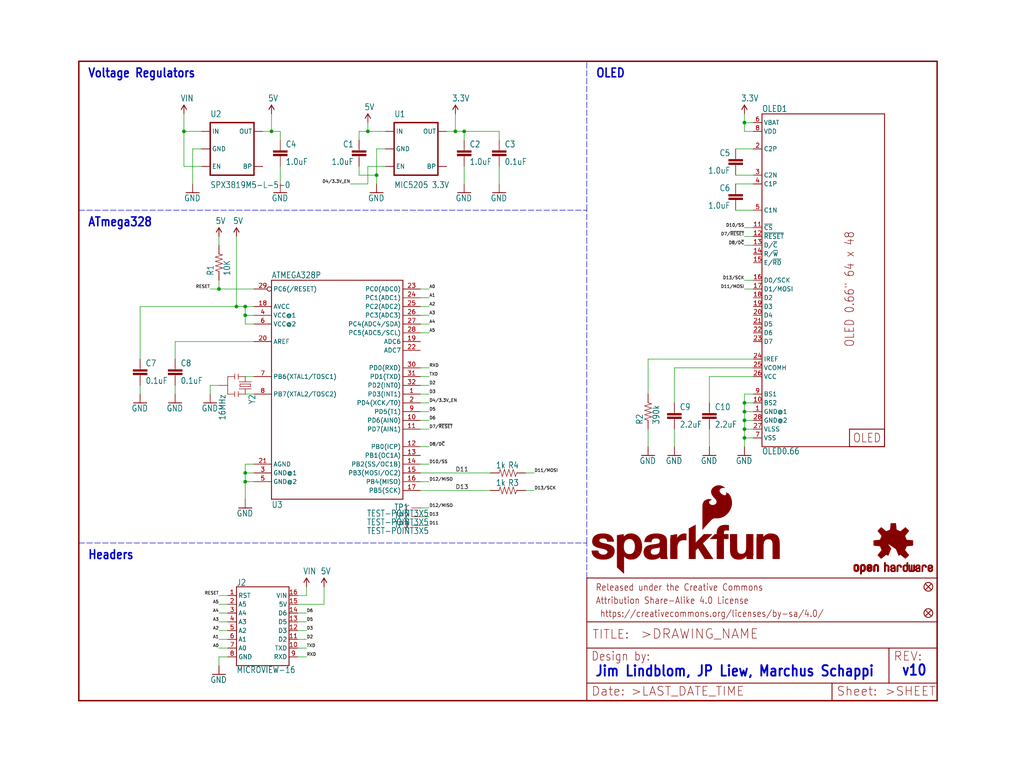
<source format=kicad_sch>
(kicad_sch (version 20211123) (generator eeschema)
  (paper "User" 297.002 223.926)
  (lib_symbols
    (symbol "eagleSchem-eagle-import:0.1UF-25V(+80{slash}-20%)(0603)"
      (property "Reference" "C" (at 1.524 2.921 0))
      (property "Value" "0.1UF-25V(+80{slash}-20%)(0603)" (at 1.524 -2.159 0))
      (symbol "0.1UF-25V(+80{slash}-20%)(0603)_1_0"
        (pin passive line (at 0 5.08 270) (length 2.54) (name "1") (number "1"))
        (pin passive line (at 0 -2.54 90) (length 2.54) (name "2") (number "2"))
      )
    )
    (symbol "eagleSchem-eagle-import:1.0UF-16V-10%(0603)"
      (property "Reference" "C" (at 1.524 2.921 0))
      (property "Value" "1.0UF-16V-10%(0603)" (at 1.524 -2.159 0))
      (symbol "1.0UF-16V-10%(0603)_1_0"
        (pin passive line (at 0 5.08 270) (length 2.54) (name "1") (number "1"))
        (pin passive line (at 0 -2.54 90) (length 2.54) (name "2") (number "2"))
      )
    )
    (symbol "eagleSchem-eagle-import:10KOHM1{slash}10W1%(0603)0603"
      (property "Reference" "R" (at -3.81 1.4986 0))
      (property "Value" "10KOHM1{slash}10W1%(0603)0603" (at -3.81 -3.302 0))
      (symbol "10KOHM1{slash}10W1%(0603)0603_1_0"
        (pin passive line (at -5.08 0 0) (length 2.54) (name "1") (number "1"))
        (pin passive line (at 5.08 0 180) (length 2.54) (name "2") (number "2"))
      )
    )
    (symbol "eagleSchem-eagle-import:2.2UF-10V-20%(0603)"
      (property "Reference" "C" (at 1.524 2.921 0))
      (property "Value" "2.2UF-10V-20%(0603)" (at 1.524 -2.159 0))
      (symbol "2.2UF-10V-20%(0603)_1_0"
        (pin passive line (at 0 5.08 270) (length 2.54) (name "1") (number "1"))
        (pin passive line (at 0 -2.54 90) (length 2.54) (name "2") (number "2"))
      )
    )
    (symbol "eagleSchem-eagle-import:3.3V" (power)
      (property "Value" "3.3V" (at -1.016 3.556 0))
      (symbol "3.3V_1_0"
        (pin power_in line (at 0 0 90) (length 2.54) (name "3.3V") (number "1"))
      )
    )
    (symbol "eagleSchem-eagle-import:5V" (power)
      (property "Value" "5V" (at -1.016 3.556 0))
      (symbol "5V_1_0"
        (pin power_in line (at 0 0 90) (length 2.54) (name "5V") (number "1"))
      )
    )
    (symbol "eagleSchem-eagle-import:ATMEGA328_SMT"
      (property "Reference" "U" (at -17.78 -38.1 0))
      (property "Value" "ATMEGA328_SMT" (at -17.78 28.448 0))
      (symbol "ATMEGA328_SMT_1_0"
        (pin bidirectional line (at 25.4 -5.08 180) (length 5.08) (name "PD3(INT1)") (number "1"))
        (pin bidirectional line (at 25.4 -12.7 180) (length 5.08) (name "PD6(AIN0)") (number "10"))
        (pin bidirectional line (at 25.4 -15.24 180) (length 5.08) (name "PD7(AIN1)") (number "11"))
        (pin bidirectional line (at 25.4 -20.32 180) (length 5.08) (name "PB0(ICP)") (number "12"))
        (pin bidirectional line (at 25.4 -22.86 180) (length 5.08) (name "PB1(OC1A)") (number "13"))
        (pin bidirectional line (at 25.4 -25.4 180) (length 5.08) (name "PB2(SS/OC1B)") (number "14"))
        (pin bidirectional line (at 25.4 -27.94 180) (length 5.08) (name "PB3(MOSI/OC2)") (number "15"))
        (pin bidirectional line (at 25.4 -30.48 180) (length 5.08) (name "PB4(MISO)") (number "16"))
        (pin bidirectional line (at 25.4 -33.02 180) (length 5.08) (name "PB5(SCK)") (number "17"))
        (pin bidirectional line (at -22.86 20.32 0) (length 5.08) (name "AVCC") (number "18"))
        (pin bidirectional line (at 25.4 10.16 180) (length 5.08) (name "ADC6") (number "19"))
        (pin bidirectional line (at 25.4 -7.62 180) (length 5.08) (name "PD4(XCK/T0)") (number "2"))
        (pin bidirectional line (at -22.86 10.16 0) (length 5.08) (name "AREF") (number "20"))
        (pin bidirectional line (at -22.86 -25.4 0) (length 5.08) (name "AGND") (number "21"))
        (pin bidirectional line (at 25.4 7.62 180) (length 5.08) (name "ADC7") (number "22"))
        (pin bidirectional line (at 25.4 25.4 180) (length 5.08) (name "PC0(ADC0)") (number "23"))
        (pin bidirectional line (at 25.4 22.86 180) (length 5.08) (name "PC1(ADC1)") (number "24"))
        (pin bidirectional line (at 25.4 20.32 180) (length 5.08) (name "PC2(ADC2)") (number "25"))
        (pin bidirectional line (at 25.4 17.78 180) (length 5.08) (name "PC3(ADC3)") (number "26"))
        (pin bidirectional line (at 25.4 15.24 180) (length 5.08) (name "PC4(ADC4/SDA)") (number "27"))
        (pin bidirectional line (at 25.4 12.7 180) (length 5.08) (name "PC5(ADC5/SCL)") (number "28"))
        (pin bidirectional inverted (at -22.86 25.4 0) (length 5.08) (name "PC6(/RESET)") (number "29"))
        (pin bidirectional line (at -22.86 -27.94 0) (length 5.08) (name "GND@1") (number "3"))
        (pin bidirectional line (at 25.4 2.54 180) (length 5.08) (name "PD0(RXD)") (number "30"))
        (pin bidirectional line (at 25.4 0 180) (length 5.08) (name "PD1(TXD)") (number "31"))
        (pin bidirectional line (at 25.4 -2.54 180) (length 5.08) (name "PD2(INT0)") (number "32"))
        (pin bidirectional line (at -22.86 17.78 0) (length 5.08) (name "VCC@1") (number "4"))
        (pin bidirectional line (at -22.86 -30.48 0) (length 5.08) (name "GND@2") (number "5"))
        (pin bidirectional line (at -22.86 15.24 0) (length 5.08) (name "VCC@2") (number "6"))
        (pin bidirectional line (at -22.86 0 0) (length 5.08) (name "PB6(XTAL1/TOSC1)") (number "7"))
        (pin bidirectional line (at -22.86 -5.08 0) (length 5.08) (name "PB7(XTAL2/TOSC2)") (number "8"))
        (pin bidirectional line (at 25.4 -10.16 180) (length 5.08) (name "PD5(T1)") (number "9"))
      )
    )
    (symbol "eagleSchem-eagle-import:FIDUCIALUFIDUCIAL")
    (symbol "eagleSchem-eagle-import:FRAME-LETTER"
      (symbol "FRAME-LETTER_2_0"
        (text " https://creativecommons.org/licenses/by-sa/4.0/" (at 2.54 24.13 0) (effects (font (size 1.9304 1.6408)) (justify left bottom)))
        (text ">DRAWING_NAME" (at 15.494 17.78 0) (effects (font (size 2.7432 2.7432)) (justify left bottom)))
        (text ">LAST_DATE_TIME" (at 12.7 1.27 0) (effects (font (size 2.54 2.54)) (justify left bottom)))
        (text ">SHEET" (at 86.36 1.27 0) (effects (font (size 2.54 2.54)) (justify left bottom)))
        (text "Attribution Share-Alike 4.0 License" (at 2.54 27.94 0) (effects (font (size 1.9304 1.6408)) (justify left bottom)))
        (text "Date:" (at 1.27 1.27 0) (effects (font (size 2.54 2.54)) (justify left bottom)))
        (text "Design by:" (at 1.27 11.43 0) (effects (font (size 2.54 2.159)) (justify left bottom)))
        (text "Released under the Creative Commons" (at 2.54 31.75 0) (effects (font (size 1.9304 1.6408)) (justify left bottom)))
        (text "REV:" (at 88.9 11.43 0) (effects (font (size 2.54 2.54)) (justify left bottom)))
        (text "Sheet:" (at 72.39 1.27 0) (effects (font (size 2.54 2.54)) (justify left bottom)))
        (text "TITLE:" (at 1.524 17.78 0) (effects (font (size 2.54 2.54)) (justify left bottom)))
      )
    )
    (symbol "eagleSchem-eagle-import:GND" (power)
      (property "Value" "GND" (at -2.54 -2.54 0))
      (symbol "GND_1_0"
        (pin power_in line (at 0 2.54 270) (length 2.54) (name "GND") (number "1"))
      )
    )
    (symbol "eagleSchem-eagle-import:MICROVIEW-16"
      (property "Reference" "J" (at -7.62 12.954 0))
      (property "Value" "MICROVIEW-16" (at -7.62 -10.414 0))
      (symbol "MICROVIEW-16_1_0"
        (pin output line (at -10.16 10.16 0) (length 2.54) (name "RST") (number "1"))
        (pin output line (at 10.16 -5.08 180) (length 2.54) (name "TXD") (number "10"))
        (pin output line (at 10.16 -2.54 180) (length 2.54) (name "D2") (number "11"))
        (pin output line (at 10.16 0 180) (length 2.54) (name "D3") (number "12"))
        (pin output line (at 10.16 2.54 180) (length 2.54) (name "D5") (number "13"))
        (pin output line (at 10.16 5.08 180) (length 2.54) (name "D6") (number "14"))
        (pin output line (at 10.16 7.62 180) (length 2.54) (name "5V") (number "15"))
        (pin output line (at 10.16 10.16 180) (length 2.54) (name "VIN") (number "16"))
        (pin output line (at -10.16 7.62 0) (length 2.54) (name "A5") (number "2"))
        (pin output line (at -10.16 5.08 0) (length 2.54) (name "A4") (number "3"))
        (pin output line (at -10.16 2.54 0) (length 2.54) (name "A3") (number "4"))
        (pin output line (at -10.16 0 0) (length 2.54) (name "A2") (number "5"))
        (pin output line (at -10.16 -2.54 0) (length 2.54) (name "A1") (number "6"))
        (pin output line (at -10.16 -5.08 0) (length 2.54) (name "A0") (number "7"))
        (pin output line (at -10.16 -7.62 0) (length 2.54) (name "GND") (number "8"))
        (pin output line (at 10.16 -7.62 180) (length 2.54) (name "RXD") (number "9"))
      )
    )
    (symbol "eagleSchem-eagle-import:OLED0.66"
      (property "Reference" "OLED" (at -25.4 48.768 0))
      (property "Value" "OLED0.66" (at -25.4 -50.546 0))
      (symbol "OLED0.66_1_0"
        (text "OLED 0.66\" 64 x 48" (at 0 -2.54 900) (effects (font (size 2.54 2.159))))
        (pin bidirectional line (at -27.94 -38.1 0) (length 2.54) (name "GND@1") (number "1"))
        (pin bidirectional line (at -27.94 -35.56 0) (length 2.54) (name "BS2") (number "10"))
        (pin bidirectional line (at -27.94 15.24 0) (length 2.54) (name "~{CS}") (number "11"))
        (pin bidirectional line (at -27.94 12.7 0) (length 2.54) (name "~{RESET}") (number "12"))
        (pin bidirectional line (at -27.94 10.16 0) (length 2.54) (name "D/~{C}") (number "13"))
        (pin bidirectional line (at -27.94 7.62 0) (length 2.54) (name "R/~{W}") (number "14"))
        (pin bidirectional line (at -27.94 5.08 0) (length 2.54) (name "E/~{RD}") (number "15"))
        (pin bidirectional line (at -27.94 0 0) (length 2.54) (name "D0/SCK") (number "16"))
        (pin bidirectional line (at -27.94 -2.54 0) (length 2.54) (name "D1/MOSI") (number "17"))
        (pin bidirectional line (at -27.94 -5.08 0) (length 2.54) (name "D2") (number "18"))
        (pin bidirectional line (at -27.94 -7.62 0) (length 2.54) (name "D3") (number "19"))
        (pin bidirectional line (at -27.94 38.1 0) (length 2.54) (name "C2P") (number "2"))
        (pin bidirectional line (at -27.94 -10.16 0) (length 2.54) (name "D4") (number "20"))
        (pin bidirectional line (at -27.94 -12.7 0) (length 2.54) (name "D5") (number "21"))
        (pin bidirectional line (at -27.94 -15.24 0) (length 2.54) (name "D6") (number "22"))
        (pin bidirectional line (at -27.94 -17.78 0) (length 2.54) (name "D7") (number "23"))
        (pin bidirectional line (at -27.94 -22.86 0) (length 2.54) (name "IREF") (number "24"))
        (pin bidirectional line (at -27.94 -25.4 0) (length 2.54) (name "VCOMH") (number "25"))
        (pin bidirectional line (at -27.94 -27.94 0) (length 2.54) (name "VCC") (number "26"))
        (pin bidirectional line (at -27.94 -43.18 0) (length 2.54) (name "VLSS") (number "27"))
        (pin bidirectional line (at -27.94 -40.64 0) (length 2.54) (name "GND@2") (number "28"))
        (pin bidirectional line (at -27.94 30.48 0) (length 2.54) (name "C2N") (number "3"))
        (pin bidirectional line (at -27.94 27.94 0) (length 2.54) (name "C1P") (number "4"))
        (pin bidirectional line (at -27.94 20.32 0) (length 2.54) (name "C1N") (number "5"))
        (pin bidirectional line (at -27.94 45.72 0) (length 2.54) (name "VBAT") (number "6"))
        (pin bidirectional line (at -27.94 -45.72 0) (length 2.54) (name "VSS") (number "7"))
        (pin bidirectional line (at -27.94 43.18 0) (length 2.54) (name "VDD") (number "8"))
        (pin bidirectional line (at -27.94 -33.02 0) (length 2.54) (name "BS1") (number "9"))
      )
    )
    (symbol "eagleSchem-eagle-import:OLED_SCREEN"
      (symbol "OLED_SCREEN_1_0"
        (text "OLED" (at 5.08 2.54 0) (effects (font (size 2.54 2.159))))
      )
    )
    (symbol "eagleSchem-eagle-import:OSHW-LOGOS")
    (symbol "eagleSchem-eagle-import:RESISTOR0603"
      (property "Reference" "R" (at -3.81 1.4986 0))
      (property "Value" "RESISTOR0603" (at -3.81 -3.302 0))
      (symbol "RESISTOR0603_1_0"
        (pin passive line (at -5.08 0 0) (length 2.54) (name "1") (number "1"))
        (pin passive line (at 5.08 0 180) (length 2.54) (name "2") (number "2"))
      )
    )
    (symbol "eagleSchem-eagle-import:RESONATORSMD"
      (property "Reference" "Y" (at 2.54 1.016 0))
      (property "Value" "RESONATORSMD" (at 2.54 -7.62 0))
      (symbol "RESONATORSMD_1_0"
        (pin passive line (at -2.54 0 0) (length 0) (name "1") (number "1"))
        (pin passive line (at 0 -7.62 90) (length 0) (name "2") (number "2"))
        (pin passive line (at 2.54 0 180) (length 0) (name "3") (number "3"))
      )
    )
    (symbol "eagleSchem-eagle-import:SFE_LOGO_NAME_FLAME.1_INCH")
    (symbol "eagleSchem-eagle-import:TEST-POINT3X5"
      (property "Reference" "TP" (at -2.54 2.54 0))
      (property "Value" "TEST-POINT3X5" (at -2.54 -2.54 0))
      (symbol "TEST-POINT3X5_1_0"
        (pin bidirectional line (at 0 0 180) (length 0) (name "1") (number "P$1"))
      )
    )
    (symbol "eagleSchem-eagle-import:VIN" (power)
      (property "Value" "VIN" (at -1.016 3.556 0))
      (symbol "VIN_1_0"
        (pin power_in line (at 0 0 90) (length 2.54) (name "VIN") (number "1"))
      )
    )
    (symbol "eagleSchem-eagle-import:V_REG_MIC52053.3V"
      (property "Value" "V_REG_MIC52053.3V" (at -7.62 -11.43 0))
      (symbol "V_REG_MIC52053.3V_1_0"
        (pin input line (at -10.16 5.08 0) (length 2.54) (name "IN") (number "1"))
        (pin input line (at -10.16 0 0) (length 2.54) (name "GND") (number "2"))
        (pin input line (at -10.16 -5.08 0) (length 2.54) (name "EN") (number "3"))
        (pin input line (at 7.62 -5.08 180) (length 2.54) (name "BP") (number "4"))
        (pin passive line (at 7.62 5.08 180) (length 2.54) (name "OUT") (number "5"))
      )
    )
    (symbol "eagleSchem-eagle-import:V_REG_MIC52195V"
      (property "Reference" "U" (at -7.62 9.144 0))
      (property "Value" "V_REG_MIC52195V" (at -7.62 -11.43 0))
      (symbol "V_REG_MIC52195V_1_0"
        (pin input line (at -10.16 5.08 0) (length 2.54) (name "IN") (number "1"))
        (pin input line (at -10.16 0 0) (length 2.54) (name "GND") (number "2"))
        (pin input line (at -10.16 -5.08 0) (length 2.54) (name "EN") (number "3"))
        (pin input line (at 7.62 -5.08 180) (length 2.54) (name "BP") (number "4"))
        (pin passive line (at 7.62 5.08 180) (length 2.54) (name "OUT") (number "5"))
      )
    )
  )
  (junction (at 71.12 88.9))
  (junction (at 68.58 88.9))
  (junction (at 215.9 121.92))
  (junction (at 78.74 38.1))
  (junction (at 71.12 137.16))
  (junction (at 63.5 83.82))
  (junction (at 215.9 124.46))
  (junction (at 71.12 139.7))
  (junction (at 132.08 38.1))
  (junction (at 215.9 116.84))
  (junction (at 215.9 119.38))
  (junction (at 106.68 38.1))
  (junction (at 134.62 38.1))
  (junction (at 215.9 35.56))
  (junction (at 71.12 91.44))
  (junction (at 215.9 127))
  (junction (at 53.34 38.1))
  (junction (at 109.22 50.8))
  (wire (pts (xy 71.12 134.62) (xy 71.12 137.16)))
  (wire (pts (xy 215.9 114.3) (xy 215.9 116.84)))
  (wire (pts (xy 88.9 172.72) (xy 88.9 170.18)))
  (wire (pts (xy 218.44 124.46) (xy 215.9 124.46)))
  (wire (pts (xy 73.66 83.82) (xy 63.5 83.82)))
  (wire (pts (xy 73.66 93.98) (xy 71.12 93.98)))
  (wire (pts (xy 63.5 81.28) (xy 63.5 83.82)))
  (wire (pts (xy 218.44 35.56) (xy 215.9 35.56)))
  (wire (pts (xy 121.92 121.92) (xy 124.46 121.92)))
  (wire (pts (xy 104.14 40.64) (xy 104.14 38.1)))
  (wire (pts (xy 63.5 68.58) (xy 63.5 71.12)))
  (wire (pts (xy 134.62 53.34) (xy 134.62 48.26)))
  (wire (pts (xy 121.92 91.44) (xy 124.46 91.44)))
  (wire (pts (xy 215.9 124.46) (xy 215.9 127)))
  (wire (pts (xy 58.42 43.18) (xy 55.88 43.18)))
  (wire (pts (xy 86.36 187.96) (xy 88.9 187.96)))
  (wire (pts (xy 53.34 38.1) (xy 53.34 33.02)))
  (wire (pts (xy 109.22 50.8) (xy 109.22 53.34)))
  (wire (pts (xy 218.44 83.82) (xy 215.9 83.82)))
  (wire (pts (xy 205.74 129.54) (xy 205.74 124.46)))
  (wire (pts (xy 121.92 119.38) (xy 124.46 119.38)))
  (wire (pts (xy 71.12 93.98) (xy 71.12 91.44)))
  (wire (pts (xy 73.66 139.7) (xy 71.12 139.7)))
  (wire (pts (xy 195.58 106.68) (xy 195.58 116.84)))
  (wire (pts (xy 104.14 50.8) (xy 109.22 50.8)))
  (wire (pts (xy 81.28 53.34) (xy 81.28 48.26)))
  (wire (pts (xy 86.36 190.5) (xy 88.9 190.5)))
  (wire (pts (xy 78.74 38.1) (xy 81.28 38.1)))
  (wire (pts (xy 218.44 81.28) (xy 215.9 81.28)))
  (wire (pts (xy 63.5 111.76) (xy 60.96 111.76)))
  (wire (pts (xy 121.92 109.22) (xy 124.46 109.22)))
  (wire (pts (xy 142.24 142.24) (xy 121.92 142.24)))
  (wire (pts (xy 215.9 127) (xy 215.9 129.54)))
  (wire (pts (xy 218.44 71.12) (xy 215.9 71.12)))
  (wire (pts (xy 121.92 88.9) (xy 124.46 88.9)))
  (wire (pts (xy 86.36 172.72) (xy 88.9 172.72)))
  (wire (pts (xy 58.42 48.26) (xy 53.34 48.26)))
  (wire (pts (xy 215.9 38.1) (xy 215.9 35.56)))
  (wire (pts (xy 93.98 175.26) (xy 93.98 170.18)))
  (wire (pts (xy 121.92 114.3) (xy 124.46 114.3)))
  (wire (pts (xy 218.44 50.8) (xy 213.36 50.8)))
  (wire (pts (xy 86.36 185.42) (xy 88.9 185.42)))
  (wire (pts (xy 50.8 99.06) (xy 50.8 104.14)))
  (wire (pts (xy 73.66 91.44) (xy 71.12 91.44)))
  (wire (pts (xy 121.92 96.52) (xy 124.46 96.52)))
  (wire (pts (xy 187.96 104.14) (xy 187.96 114.3)))
  (wire (pts (xy 40.64 88.9) (xy 40.64 104.14)))
  (wire (pts (xy 129.54 38.1) (xy 132.08 38.1)))
  (wire (pts (xy 66.04 172.72) (xy 63.5 172.72)))
  (wire (pts (xy 66.04 185.42) (xy 63.5 185.42)))
  (wire (pts (xy 111.76 38.1) (xy 106.68 38.1)))
  (wire (pts (xy 106.68 48.26) (xy 106.68 53.34)))
  (wire (pts (xy 68.58 88.9) (xy 68.58 68.58)))
  (wire (pts (xy 106.68 53.34) (xy 101.6 53.34)))
  (wire (pts (xy 215.9 121.92) (xy 215.9 124.46)))
  (wire (pts (xy 218.44 116.84) (xy 215.9 116.84)))
  (wire (pts (xy 144.78 38.1) (xy 144.78 40.64)))
  (wire (pts (xy 205.74 109.22) (xy 205.74 116.84)))
  (wire (pts (xy 109.22 43.18) (xy 109.22 50.8)))
  (wire (pts (xy 111.76 43.18) (xy 109.22 43.18)))
  (wire (pts (xy 66.04 182.88) (xy 63.5 182.88)))
  (wire (pts (xy 121.92 116.84) (xy 124.46 116.84)))
  (wire (pts (xy 195.58 129.54) (xy 195.58 124.46)))
  (wire (pts (xy 218.44 66.04) (xy 215.9 66.04)))
  (wire (pts (xy 86.36 182.88) (xy 88.9 182.88)))
  (wire (pts (xy 121.92 93.98) (xy 124.46 93.98)))
  (polyline (pts (xy 170.18 60.96) (xy 170.18 17.78)))
  (wire (pts (xy 187.96 129.54) (xy 187.96 124.46)))
  (wire (pts (xy 215.9 119.38) (xy 215.9 121.92)))
  (wire (pts (xy 218.44 127) (xy 215.9 127)))
  (wire (pts (xy 73.66 109.22) (xy 71.12 109.22)))
  (wire (pts (xy 218.44 106.68) (xy 195.58 106.68)))
  (wire (pts (xy 71.12 91.44) (xy 71.12 88.9)))
  (wire (pts (xy 53.34 48.26) (xy 53.34 38.1)))
  (wire (pts (xy 121.92 111.76) (xy 124.46 111.76)))
  (wire (pts (xy 218.44 68.58) (xy 215.9 68.58)))
  (wire (pts (xy 142.24 137.16) (xy 121.92 137.16)))
  (wire (pts (xy 104.14 38.1) (xy 106.68 38.1)))
  (wire (pts (xy 71.12 139.7) (xy 71.12 144.78)))
  (polyline (pts (xy 170.18 157.48) (xy 170.18 60.96)))
  (wire (pts (xy 58.42 38.1) (xy 53.34 38.1)))
  (wire (pts (xy 152.4 137.16) (xy 154.94 137.16)))
  (wire (pts (xy 66.04 180.34) (xy 63.5 180.34)))
  (wire (pts (xy 78.74 38.1) (xy 78.74 33.02)))
  (wire (pts (xy 218.44 38.1) (xy 215.9 38.1)))
  (wire (pts (xy 121.92 129.54) (xy 124.46 129.54)))
  (polyline (pts (xy 170.18 167.64) (xy 170.18 157.48)))
  (wire (pts (xy 132.08 38.1) (xy 134.62 38.1)))
  (wire (pts (xy 134.62 38.1) (xy 144.78 38.1)))
  (wire (pts (xy 121.92 83.82) (xy 124.46 83.82)))
  (wire (pts (xy 218.44 104.14) (xy 187.96 104.14)))
  (wire (pts (xy 121.92 147.32) (xy 124.46 147.32)))
  (wire (pts (xy 71.12 88.9) (xy 73.66 88.9)))
  (wire (pts (xy 63.5 190.5) (xy 63.5 193.04)))
  (wire (pts (xy 50.8 114.3) (xy 50.8 111.76)))
  (wire (pts (xy 215.9 35.56) (xy 215.9 33.02)))
  (wire (pts (xy 81.28 38.1) (xy 81.28 40.64)))
  (wire (pts (xy 71.12 137.16) (xy 71.12 139.7)))
  (wire (pts (xy 111.76 48.26) (xy 106.68 48.26)))
  (wire (pts (xy 132.08 38.1) (xy 132.08 33.02)))
  (wire (pts (xy 73.66 99.06) (xy 50.8 99.06)))
  (wire (pts (xy 121.92 149.86) (xy 124.46 149.86)))
  (wire (pts (xy 104.14 48.26) (xy 104.14 50.8)))
  (wire (pts (xy 218.44 114.3) (xy 215.9 114.3)))
  (wire (pts (xy 68.58 88.9) (xy 71.12 88.9)))
  (wire (pts (xy 121.92 124.46) (xy 124.46 124.46)))
  (wire (pts (xy 66.04 177.8) (xy 63.5 177.8)))
  (wire (pts (xy 218.44 53.34) (xy 213.36 53.34)))
  (polyline (pts (xy 22.86 60.96) (xy 170.18 60.96)))
  (wire (pts (xy 73.66 137.16) (xy 71.12 137.16)))
  (wire (pts (xy 121.92 134.62) (xy 124.46 134.62)))
  (wire (pts (xy 134.62 38.1) (xy 134.62 40.64)))
  (wire (pts (xy 121.92 152.4) (xy 124.46 152.4)))
  (wire (pts (xy 218.44 121.92) (xy 215.9 121.92)))
  (wire (pts (xy 55.88 43.18) (xy 55.88 53.34)))
  (wire (pts (xy 218.44 43.18) (xy 213.36 43.18)))
  (wire (pts (xy 76.2 38.1) (xy 78.74 38.1)))
  (wire (pts (xy 152.4 142.24) (xy 154.94 142.24)))
  (wire (pts (xy 86.36 175.26) (xy 93.98 175.26)))
  (wire (pts (xy 66.04 175.26) (xy 63.5 175.26)))
  (wire (pts (xy 73.66 114.3) (xy 71.12 114.3)))
  (wire (pts (xy 73.66 134.62) (xy 71.12 134.62)))
  (wire (pts (xy 218.44 119.38) (xy 215.9 119.38)))
  (wire (pts (xy 121.92 86.36) (xy 124.46 86.36)))
  (wire (pts (xy 40.64 88.9) (xy 68.58 88.9)))
  (polyline (pts (xy 22.86 157.48) (xy 170.18 157.48)))
  (wire (pts (xy 86.36 177.8) (xy 88.9 177.8)))
  (wire (pts (xy 63.5 83.82) (xy 60.96 83.82)))
  (wire (pts (xy 106.68 38.1) (xy 106.68 35.56)))
  (wire (pts (xy 213.36 60.96) (xy 218.44 60.96)))
  (wire (pts (xy 60.96 111.76) (xy 60.96 114.3)))
  (wire (pts (xy 121.92 139.7) (xy 124.46 139.7)))
  (wire (pts (xy 144.78 53.34) (xy 144.78 48.26)))
  (wire (pts (xy 215.9 116.84) (xy 215.9 119.38)))
  (wire (pts (xy 66.04 190.5) (xy 63.5 190.5)))
  (wire (pts (xy 86.36 180.34) (xy 88.9 180.34)))
  (wire (pts (xy 218.44 109.22) (xy 205.74 109.22)))
  (wire (pts (xy 40.64 114.3) (xy 40.64 111.76)))
  (wire (pts (xy 121.92 106.68) (xy 124.46 106.68)))
  (wire (pts (xy 66.04 187.96) (xy 63.5 187.96)))
  (text "OLED" (at 172.72 22.86 180) (effects (font (size 2.54 2.159) (thickness 0.4318) bold) (justify left bottom)))
  (text "v10" (at 261.366 196.342 180) (effects (font (size 3.048 2.5908) (thickness 0.5182) bold) (justify left bottom)))
  (text "ATmega328" (at 25.4 66.04 180) (effects (font (size 2.54 2.159) (thickness 0.4318) bold) (justify left bottom)))
  (text "Jim Lindblom, JP Liew, Marchus Schappi" (at 172.466 196.596 180) (effects (font (size 3.048 2.5908) (thickness 0.5182) bold) (justify left bottom)))
  (text "Headers" (at 25.4 162.56 180) (effects (font (size 2.54 2.159) (thickness 0.4318) bold) (justify left bottom)))
  (text "Voltage Regulators" (at 25.4 22.86 180) (effects (font (size 2.54 2.159) (thickness 0.4318) bold) (justify left bottom)))
  (label "D5" (at 124.46 119.38 0) (effects (font (size 0.889 0.889))))
  (label "D10/SS" (at 124.46 134.62 0) (effects (font (size 0.889 0.889))))
  (label "D2" (at 124.46 111.76 0) (effects (font (size 0.889 0.889))))
  (label "A2" (at 124.46 88.9 0) (effects (font (size 0.889 0.889))))
  (label "D13/SCK" (at 215.9 81.28 180) (effects (font (size 0.889 0.889))))
  (label "A1" (at 124.46 86.36 0) (effects (font (size 0.889 0.889))))
  (label "A5" (at 63.5 175.26 180) (effects (font (size 0.889 0.889))))
  (label "D11/MOSI" (at 154.94 137.16 0) (effects (font (size 0.889 0.889))))
  (label "TXD" (at 124.46 109.22 0) (effects (font (size 0.889 0.889))))
  (label "D8/D~{C}" (at 124.46 129.54 0) (effects (font (size 0.889 0.889))))
  (label "D12/MISO" (at 124.46 147.32 0) (effects (font (size 0.889 0.889))))
  (label "A3" (at 124.46 91.44 0) (effects (font (size 0.889 0.889))))
  (label "D11" (at 132.08 137.16 0) (effects (font (size 1.2446 1.2446))))
  (label "A1" (at 63.5 185.42 180) (effects (font (size 0.889 0.889))))
  (label "A5" (at 124.46 96.52 0) (effects (font (size 0.889 0.889))))
  (label "D8/D~{C}" (at 215.9 71.12 180) (effects (font (size 0.889 0.889))))
  (label "D4/3.3V_EN" (at 124.46 116.84 0) (effects (font (size 0.889 0.889))))
  (label "A4" (at 63.5 177.8 180) (effects (font (size 0.889 0.889))))
  (label "D5" (at 88.9 180.34 0) (effects (font (size 0.889 0.889))))
  (label "A2" (at 63.5 182.88 180) (effects (font (size 0.889 0.889))))
  (label "D6" (at 124.46 121.92 0) (effects (font (size 0.889 0.889))))
  (label "D13/SCK" (at 154.94 142.24 0) (effects (font (size 0.889 0.889))))
  (label "D12/MISO" (at 124.46 139.7 0) (effects (font (size 0.889 0.889))))
  (label "RXD" (at 124.46 106.68 0) (effects (font (size 0.889 0.889))))
  (label "D7/~{RESET}" (at 124.46 124.46 0) (effects (font (size 0.889 0.889))))
  (label "RESET" (at 63.5 172.72 180) (effects (font (size 0.889 0.889))))
  (label "D2" (at 88.9 185.42 0) (effects (font (size 0.889 0.889))))
  (label "A0" (at 124.46 83.82 0) (effects (font (size 0.889 0.889))))
  (label "D11/MOSI" (at 215.9 83.82 180) (effects (font (size 0.889 0.889))))
  (label "D10/SS" (at 215.9 66.04 180) (effects (font (size 0.889 0.889))))
  (label "TXD" (at 88.9 187.96 0) (effects (font (size 0.889 0.889))))
  (label "A4" (at 124.46 93.98 0) (effects (font (size 0.889 0.889))))
  (label "D13" (at 132.08 142.24 0) (effects (font (size 1.2446 1.2446))))
  (label "A3" (at 63.5 180.34 180) (effects (font (size 0.889 0.889))))
  (label "D11" (at 124.46 152.4 0) (effects (font (size 0.889 0.889))))
  (label "RESET" (at 60.96 83.82 180) (effects (font (size 0.889 0.889))))
  (label "D3" (at 88.9 182.88 0) (effects (font (size 0.889 0.889))))
  (label "D6" (at 88.9 177.8 0) (effects (font (size 0.889 0.889))))
  (label "D7/~{RESET}" (at 215.9 68.58 180) (effects (font (size 0.889 0.889))))
  (label "D4/3.3V_EN" (at 101.6 53.34 180) (effects (font (size 0.889 0.889))))
  (label "D13" (at 124.46 149.86 0) (effects (font (size 0.889 0.889))))
  (label "A0" (at 63.5 187.96 180) (effects (font (size 0.889 0.889))))
  (label "RXD" (at 88.9 190.5 0) (effects (font (size 0.889 0.889))))
  (label "D3" (at 124.46 114.3 0) (effects (font (size 0.889 0.889))))
  (symbol (lib_id "eagleSchem-eagle-import:FRAME-LETTER") (at 22.86 203.2 0) (unit 1)
    (property "Reference" "FRAME1" (effects hide))
    (property "Value" "FRAME-LETTER" (effects hide))
    (property "Footprint" "eagleSchem:CREATIVE_COMMONS" (effects hide))
  )
  (symbol (lib_id "eagleSchem-eagle-import:3.3V") (at 132.08 33.02 0) (unit 1)
    (property "Reference" "#SUPPLY1" (effects hide))
    (property "Value" "3.3V" (at 131.064 29.464 0) (effects (font (size 1.778 1.5113)) (justify left bottom)))
    (property "Footprint" "eagleSchem:" (effects hide))
  )
  (symbol (lib_id "eagleSchem-eagle-import:2.2UF-10V-20%(0603)") (at 205.74 121.92 0) (unit 1)
    (property "Reference" "C10" (at 207.264 118.999 0) (effects (font (size 1.778 1.5113)) (justify left bottom)))
    (property "Value" "2.2uF" (at 207.264 124.079 0) (effects (font (size 1.778 1.5113)) (justify left bottom)))
    (property "Footprint" "eagleSchem:0603-CAP" (effects hide))
  )
  (symbol (lib_id "eagleSchem-eagle-import:GND") (at 50.8 116.84 0) (unit 1)
    (property "Reference" "#GND11" (effects hide))
    (property "Value" "GND" (at 48.26 119.38 0) (effects (font (size 1.778 1.5113)) (justify left bottom)))
    (property "Footprint" "eagleSchem:" (effects hide))
  )
  (symbol (lib_id "eagleSchem-eagle-import:TEST-POINT3X5") (at 121.92 152.4 0) (mirror y) (unit 1)
    (property "Reference" "TP3" (at 118.618 153.162 0) (effects (font (size 1.778 1.5113)) (justify left bottom)))
    (property "Value" "TEST-POINT3X5" (at 124.46 154.94 0) (effects (font (size 1.778 1.5113)) (justify left bottom)))
    (property "Footprint" "eagleSchem:PAD.03X.05" (effects hide))
  )
  (symbol (lib_id "eagleSchem-eagle-import:RESONATORSMD") (at 71.12 111.76 270) (unit 1)
    (property "Reference" "Y2" (at 72.136 114.3 0) (effects (font (size 1.778 1.5113)) (justify left bottom)))
    (property "Value" "16MHz" (at 63.5 114.3 0) (effects (font (size 1.778 1.5113)) (justify left bottom)))
    (property "Footprint" "eagleSchem:RESONATOR-SMD" (effects hide))
  )
  (symbol (lib_id "eagleSchem-eagle-import:5V") (at 93.98 170.18 0) (unit 1)
    (property "Reference" "#SUPPLY7" (effects hide))
    (property "Value" "5V" (at 92.964 166.624 0) (effects (font (size 1.778 1.5113)) (justify left bottom)))
    (property "Footprint" "eagleSchem:" (effects hide))
  )
  (symbol (lib_id "eagleSchem-eagle-import:GND") (at 63.5 195.58 0) (unit 1)
    (property "Reference" "#GND14" (effects hide))
    (property "Value" "GND" (at 60.96 198.12 0) (effects (font (size 1.778 1.5113)) (justify left bottom)))
    (property "Footprint" "eagleSchem:" (effects hide))
  )
  (symbol (lib_id "eagleSchem-eagle-import:10KOHM1{slash}10W1%(0603)0603") (at 63.5 76.2 90) (unit 1)
    (property "Reference" "R1" (at 62.0014 80.01 0) (effects (font (size 1.778 1.5113)) (justify left bottom)))
    (property "Value" "10K" (at 66.802 80.01 0) (effects (font (size 1.778 1.5113)) (justify left bottom)))
    (property "Footprint" "eagleSchem:0603-RES" (effects hide))
  )
  (symbol (lib_id "eagleSchem-eagle-import:TEST-POINT3X5") (at 121.92 147.32 0) (mirror y) (unit 1)
    (property "Reference" "TP1" (at 118.618 148.082 0) (effects (font (size 1.778 1.5113)) (justify left bottom)))
    (property "Value" "TEST-POINT3X5" (at 124.46 149.86 0) (effects (font (size 1.778 1.5113)) (justify left bottom)))
    (property "Footprint" "eagleSchem:PAD.03X.05" (effects hide))
  )
  (symbol (lib_id "eagleSchem-eagle-import:1.0UF-16V-10%(0603)") (at 213.36 58.42 0) (mirror y) (unit 1)
    (property "Reference" "C6" (at 211.836 55.499 0) (effects (font (size 1.778 1.5113)) (justify left bottom)))
    (property "Value" "1.0uF" (at 211.836 60.579 0) (effects (font (size 1.778 1.5113)) (justify left bottom)))
    (property "Footprint" "eagleSchem:0603-CAP" (effects hide))
  )
  (symbol (lib_id "eagleSchem-eagle-import:GND") (at 60.96 116.84 0) (unit 1)
    (property "Reference" "#GND10" (effects hide))
    (property "Value" "GND" (at 58.42 119.38 0) (effects (font (size 1.778 1.5113)) (justify left bottom)))
    (property "Footprint" "eagleSchem:" (effects hide))
  )
  (symbol (lib_id "eagleSchem-eagle-import:VIN") (at 53.34 33.02 0) (unit 1)
    (property "Reference" "#SUPPLY9" (effects hide))
    (property "Value" "VIN" (at 52.324 29.464 0) (effects (font (size 1.778 1.5113)) (justify left bottom)))
    (property "Footprint" "eagleSchem:" (effects hide))
  )
  (symbol (lib_id "eagleSchem-eagle-import:GND") (at 40.64 116.84 0) (unit 1)
    (property "Reference" "#GND12" (effects hide))
    (property "Value" "GND" (at 38.1 119.38 0) (effects (font (size 1.778 1.5113)) (justify left bottom)))
    (property "Footprint" "eagleSchem:" (effects hide))
  )
  (symbol (lib_id "eagleSchem-eagle-import:ATMEGA328_SMT") (at 96.52 109.22 0) (unit 1)
    (property "Reference" "U3" (at 78.74 147.32 0) (effects (font (size 1.778 1.5113)) (justify left bottom)))
    (property "Value" "ATMEGA328P" (at 78.74 80.772 0) (effects (font (size 1.778 1.5113)) (justify left bottom)))
    (property "Footprint" "eagleSchem:TQFP32-08" (effects hide))
  )
  (symbol (lib_id "eagleSchem-eagle-import:1.0UF-16V-10%(0603)") (at 81.28 45.72 0) (unit 1)
    (property "Reference" "C4" (at 82.804 42.799 0) (effects (font (size 1.778 1.5113)) (justify left bottom)))
    (property "Value" "1.0uF" (at 82.804 47.879 0) (effects (font (size 1.778 1.5113)) (justify left bottom)))
    (property "Footprint" "eagleSchem:0603-CAP" (effects hide))
  )
  (symbol (lib_id "eagleSchem-eagle-import:0.1UF-25V(+80{slash}-20%)(0603)") (at 40.64 109.22 0) (unit 1)
    (property "Reference" "C7" (at 42.164 106.299 0) (effects (font (size 1.778 1.5113)) (justify left bottom)))
    (property "Value" "0.1uF" (at 42.164 111.379 0) (effects (font (size 1.778 1.5113)) (justify left bottom)))
    (property "Footprint" "eagleSchem:0603-CAP" (effects hide))
  )
  (symbol (lib_id "eagleSchem-eagle-import:2.2UF-10V-20%(0603)") (at 195.58 121.92 0) (unit 1)
    (property "Reference" "C9" (at 197.104 118.999 0) (effects (font (size 1.778 1.5113)) (justify left bottom)))
    (property "Value" "2.2uF" (at 197.104 124.079 0) (effects (font (size 1.778 1.5113)) (justify left bottom)))
    (property "Footprint" "eagleSchem:0603-CAP" (effects hide))
  )
  (symbol (lib_id "eagleSchem-eagle-import:1.0UF-16V-10%(0603)") (at 104.14 45.72 0) (mirror y) (unit 1)
    (property "Reference" "C1" (at 102.616 42.799 0) (effects (font (size 1.778 1.5113)) (justify left bottom)))
    (property "Value" "1.0uF" (at 102.616 47.879 0) (effects (font (size 1.778 1.5113)) (justify left bottom)))
    (property "Footprint" "eagleSchem:0603-CAP" (effects hide))
  )
  (symbol (lib_id "eagleSchem-eagle-import:GND") (at 187.96 132.08 0) (unit 1)
    (property "Reference" "#GND9" (effects hide))
    (property "Value" "GND" (at 185.42 134.62 0) (effects (font (size 1.778 1.5113)) (justify left bottom)))
    (property "Footprint" "eagleSchem:" (effects hide))
  )
  (symbol (lib_id "eagleSchem-eagle-import:TEST-POINT3X5") (at 121.92 149.86 0) (mirror y) (unit 1)
    (property "Reference" "TP2" (at 118.618 150.622 0) (effects (font (size 1.778 1.5113)) (justify left bottom)))
    (property "Value" "TEST-POINT3X5" (at 124.46 152.4 0) (effects (font (size 1.778 1.5113)) (justify left bottom)))
    (property "Footprint" "eagleSchem:PAD.03X.05" (effects hide))
  )
  (symbol (lib_id "eagleSchem-eagle-import:GND") (at 195.58 132.08 0) (unit 1)
    (property "Reference" "#GND8" (effects hide))
    (property "Value" "GND" (at 193.04 134.62 0) (effects (font (size 1.778 1.5113)) (justify left bottom)))
    (property "Footprint" "eagleSchem:" (effects hide))
  )
  (symbol (lib_id "eagleSchem-eagle-import:5V") (at 68.58 68.58 0) (unit 1)
    (property "Reference" "#SUPPLY4" (effects hide))
    (property "Value" "5V" (at 67.564 65.024 0) (effects (font (size 1.778 1.5113)) (justify left bottom)))
    (property "Footprint" "eagleSchem:" (effects hide))
  )
  (symbol (lib_id "eagleSchem-eagle-import:5V") (at 63.5 68.58 0) (unit 1)
    (property "Reference" "#SUPPLY5" (effects hide))
    (property "Value" "5V" (at 62.484 65.024 0) (effects (font (size 1.778 1.5113)) (justify left bottom)))
    (property "Footprint" "eagleSchem:" (effects hide))
  )
  (symbol (lib_id "eagleSchem-eagle-import:FIDUCIALUFIDUCIAL") (at 269.24 177.8 0) (unit 1)
    (property "Reference" "FID3" (effects hide))
    (property "Value" "FIDUCIALUFIDUCIAL" (effects hide))
    (property "Footprint" "eagleSchem:MICRO-FIDUCIAL" (effects hide))
  )
  (symbol (lib_id "eagleSchem-eagle-import:5V") (at 106.68 35.56 0) (unit 1)
    (property "Reference" "#SUPPLY8" (effects hide))
    (property "Value" "5V" (at 105.664 32.004 0) (effects (font (size 1.778 1.5113)) (justify left bottom)))
    (property "Footprint" "eagleSchem:" (effects hide))
  )
  (symbol (lib_id "eagleSchem-eagle-import:OLED_SCREEN") (at 246.38 129.54 0) (unit 1)
    (property "Reference" "J1" (effects hide))
    (property "Value" "OLED_SCREEN" (effects hide))
    (property "Footprint" "eagleSchem:OLED-SCREEN" (effects hide))
  )
  (symbol (lib_id "eagleSchem-eagle-import:10KOHM1{slash}10W1%(0603)0603") (at 147.32 142.24 180) (unit 1)
    (property "Reference" "R3" (at 147.32 140.9954 0) (effects (font (size 1.778 1.5113)) (justify right top)))
    (property "Value" "1k" (at 143.764 140.97 0) (effects (font (size 1.778 1.5113)) (justify right top)))
    (property "Footprint" "eagleSchem:0603-RES" (effects hide))
  )
  (symbol (lib_id "eagleSchem-eagle-import:0.1UF-25V(+80{slash}-20%)(0603)") (at 144.78 45.72 0) (unit 1)
    (property "Reference" "C3" (at 146.304 42.799 0) (effects (font (size 1.778 1.5113)) (justify left bottom)))
    (property "Value" "0.1uF" (at 146.304 47.879 0) (effects (font (size 1.778 1.5113)) (justify left bottom)))
    (property "Footprint" "eagleSchem:0603-CAP" (effects hide))
  )
  (symbol (lib_id "eagleSchem-eagle-import:GND") (at 205.74 132.08 0) (unit 1)
    (property "Reference" "#GND7" (effects hide))
    (property "Value" "GND" (at 203.2 134.62 0) (effects (font (size 1.778 1.5113)) (justify left bottom)))
    (property "Footprint" "eagleSchem:" (effects hide))
  )
  (symbol (lib_id "eagleSchem-eagle-import:SFE_LOGO_NAME_FLAME.1_INCH") (at 170.942 166.624 0) (unit 1)
    (property "Reference" "LOGO4" (effects hide))
    (property "Value" "SFE_LOGO_NAME_FLAME.1_INCH" (effects hide))
    (property "Footprint" "eagleSchem:SFE_LOGO_NAME_FLAME_.1" (effects hide))
  )
  (symbol (lib_id "eagleSchem-eagle-import:1.0UF-16V-10%(0603)") (at 213.36 48.26 0) (mirror y) (unit 1)
    (property "Reference" "C5" (at 211.836 45.339 0) (effects (font (size 1.778 1.5113)) (justify left bottom)))
    (property "Value" "1.0uF" (at 211.836 50.419 0) (effects (font (size 1.778 1.5113)) (justify left bottom)))
    (property "Footprint" "eagleSchem:0603-CAP" (effects hide))
  )
  (symbol (lib_id "eagleSchem-eagle-import:GND") (at 215.9 132.08 0) (unit 1)
    (property "Reference" "#GND6" (effects hide))
    (property "Value" "GND" (at 213.36 134.62 0) (effects (font (size 1.778 1.5113)) (justify left bottom)))
    (property "Footprint" "eagleSchem:" (effects hide))
  )
  (symbol (lib_id "eagleSchem-eagle-import:GND") (at 71.12 147.32 0) (unit 1)
    (property "Reference" "#GND13" (effects hide))
    (property "Value" "GND" (at 68.58 149.86 0) (effects (font (size 1.778 1.5113)) (justify left bottom)))
    (property "Footprint" "eagleSchem:" (effects hide))
  )
  (symbol (lib_id "eagleSchem-eagle-import:GND") (at 134.62 55.88 0) (unit 1)
    (property "Reference" "#GND4" (effects hide))
    (property "Value" "GND" (at 132.08 58.42 0) (effects (font (size 1.778 1.5113)) (justify left bottom)))
    (property "Footprint" "eagleSchem:" (effects hide))
  )
  (symbol (lib_id "eagleSchem-eagle-import:GND") (at 55.88 55.88 0) (unit 1)
    (property "Reference" "#GND2" (effects hide))
    (property "Value" "GND" (at 53.34 58.42 0) (effects (font (size 1.778 1.5113)) (justify left bottom)))
    (property "Footprint" "eagleSchem:" (effects hide))
  )
  (symbol (lib_id "eagleSchem-eagle-import:MICROVIEW-16") (at 76.2 182.88 0) (unit 1)
    (property "Reference" "J2" (at 68.58 169.926 0) (effects (font (size 1.778 1.5113)) (justify left bottom)))
    (property "Value" "MICROVIEW-16" (at 68.58 193.294 0) (effects (font (size 1.778 1.5113)) (justify left top)))
    (property "Footprint" "eagleSchem:MV-DIP16" (effects hide))
  )
  (symbol (lib_id "eagleSchem-eagle-import:3.3V") (at 215.9 33.02 0) (unit 1)
    (property "Reference" "#SUPPLY3" (effects hide))
    (property "Value" "3.3V" (at 214.884 29.464 0) (effects (font (size 1.778 1.5113)) (justify left bottom)))
    (property "Footprint" "eagleSchem:" (effects hide))
  )
  (symbol (lib_id "eagleSchem-eagle-import:GND") (at 109.22 55.88 0) (unit 1)
    (property "Reference" "#GND1" (effects hide))
    (property "Value" "GND" (at 106.68 58.42 0) (effects (font (size 1.778 1.5113)) (justify left bottom)))
    (property "Footprint" "eagleSchem:" (effects hide))
  )
  (symbol (lib_id "eagleSchem-eagle-import:V_REG_MIC52195V") (at 68.58 43.18 0) (unit 1)
    (property "Reference" "U2" (at 60.96 34.036 0) (effects (font (size 1.778 1.5113)) (justify left bottom)))
    (property "Value" "SPX3819M5-L-5-0" (at 60.96 54.61 0) (effects (font (size 1.778 1.5113)) (justify left bottom)))
    (property "Footprint" "eagleSchem:SOT23-5" (effects hide))
  )
  (symbol (lib_id "eagleSchem-eagle-import:OLED0.66") (at 246.38 81.28 0) (unit 1)
    (property "Reference" "OLED1" (at 220.98 32.512 0) (effects (font (size 1.778 1.5113)) (justify left bottom)))
    (property "Value" "OLED0.66" (at 220.98 131.826 0) (effects (font (size 1.778 1.5113)) (justify left bottom)))
    (property "Footprint" "eagleSchem:OLED-0.66-64X48" (effects hide))
  )
  (symbol (lib_id "eagleSchem-eagle-import:RESISTOR0603") (at 187.96 119.38 90) (unit 1)
    (property "Reference" "R2" (at 186.4614 123.19 0) (effects (font (size 1.778 1.5113)) (justify left bottom)))
    (property "Value" "390k" (at 191.262 123.19 0) (effects (font (size 1.778 1.5113)) (justify left bottom)))
    (property "Footprint" "eagleSchem:0603-RES" (effects hide))
  )
  (symbol (lib_id "eagleSchem-eagle-import:10KOHM1{slash}10W1%(0603)0603") (at 147.32 137.16 180) (unit 1)
    (property "Reference" "R4" (at 147.32 135.9154 0) (effects (font (size 1.778 1.5113)) (justify right top)))
    (property "Value" "1k" (at 143.764 135.89 0) (effects (font (size 1.778 1.5113)) (justify right top)))
    (property "Footprint" "eagleSchem:0603-RES" (effects hide))
  )
  (symbol (lib_id "eagleSchem-eagle-import:GND") (at 81.28 55.88 0) (unit 1)
    (property "Reference" "#GND5" (effects hide))
    (property "Value" "GND" (at 78.74 58.42 0) (effects (font (size 1.778 1.5113)) (justify left bottom)))
    (property "Footprint" "eagleSchem:" (effects hide))
  )
  (symbol (lib_id "eagleSchem-eagle-import:FIDUCIALUFIDUCIAL") (at 269.24 170.18 0) (unit 1)
    (property "Reference" "FID1" (effects hide))
    (property "Value" "FIDUCIALUFIDUCIAL" (effects hide))
    (property "Footprint" "eagleSchem:MICRO-FIDUCIAL" (effects hide))
  )
  (symbol (lib_id "eagleSchem-eagle-import:V_REG_MIC52053.3V") (at 121.92 43.18 0) (unit 1)
    (property "Reference" "U1" (at 114.3 34.036 0) (effects (font (size 1.778 1.5113)) (justify left bottom)))
    (property "Value" "MIC5205 3.3V" (at 114.3 54.61 0) (effects (font (size 1.778 1.5113)) (justify left bottom)))
    (property "Footprint" "eagleSchem:SOT23-5" (effects hide))
  )
  (symbol (lib_id "eagleSchem-eagle-import:1.0UF-16V-10%(0603)") (at 134.62 45.72 0) (unit 1)
    (property "Reference" "C2" (at 136.144 42.799 0) (effects (font (size 1.778 1.5113)) (justify left bottom)))
    (property "Value" "1.0uF" (at 136.144 47.879 0) (effects (font (size 1.778 1.5113)) (justify left bottom)))
    (property "Footprint" "eagleSchem:0603-CAP" (effects hide))
  )
  (symbol (lib_id "eagleSchem-eagle-import:VIN") (at 88.9 170.18 0) (unit 1)
    (property "Reference" "#SUPPLY6" (effects hide))
    (property "Value" "VIN" (at 87.884 166.624 0) (effects (font (size 1.778 1.5113)) (justify left bottom)))
    (property "Footprint" "eagleSchem:" (effects hide))
  )
  (symbol (lib_id "eagleSchem-eagle-import:0.1UF-25V(+80{slash}-20%)(0603)") (at 50.8 109.22 0) (unit 1)
    (property "Reference" "C8" (at 52.324 106.299 0) (effects (font (size 1.778 1.5113)) (justify left bottom)))
    (property "Value" "0.1uF" (at 52.324 111.379 0) (effects (font (size 1.778 1.5113)) (justify left bottom)))
    (property "Footprint" "eagleSchem:0603-CAP" (effects hide))
  )
  (symbol (lib_id "eagleSchem-eagle-import:5V") (at 78.74 33.02 0) (unit 1)
    (property "Reference" "#SUPPLY2" (effects hide))
    (property "Value" "5V" (at 77.724 29.464 0) (effects (font (size 1.778 1.5113)) (justify left bottom)))
    (property "Footprint" "eagleSchem:" (effects hide))
  )
  (symbol (lib_id "eagleSchem-eagle-import:GND") (at 144.78 55.88 0) (unit 1)
    (property "Reference" "#GND3" (effects hide))
    (property "Value" "GND" (at 142.24 58.42 0) (effects (font (size 1.778 1.5113)) (justify left bottom)))
    (property "Footprint" "eagleSchem:" (effects hide))
  )
  (symbol (lib_id "eagleSchem-eagle-import:OSHW-LOGOS") (at 259.08 157.48 0) (unit 1)
    (property "Reference" "LOGO1" (effects hide))
    (property "Value" "OSHW-LOGOS" (effects hide))
    (property "Footprint" "eagleSchem:OSHW-LOGO-S" (effects hide))
  )
  (symbol (lib_id "eagleSchem-eagle-import:FRAME-LETTER") (at 170.18 203.2 0) (unit 2)
    (property "Reference" "FRAME1" (effects hide))
    (property "Value" "FRAME-LETTER" (effects hide))
    (property "Footprint" "eagleSchem:CREATIVE_COMMONS" (effects hide))
  )
)
</source>
